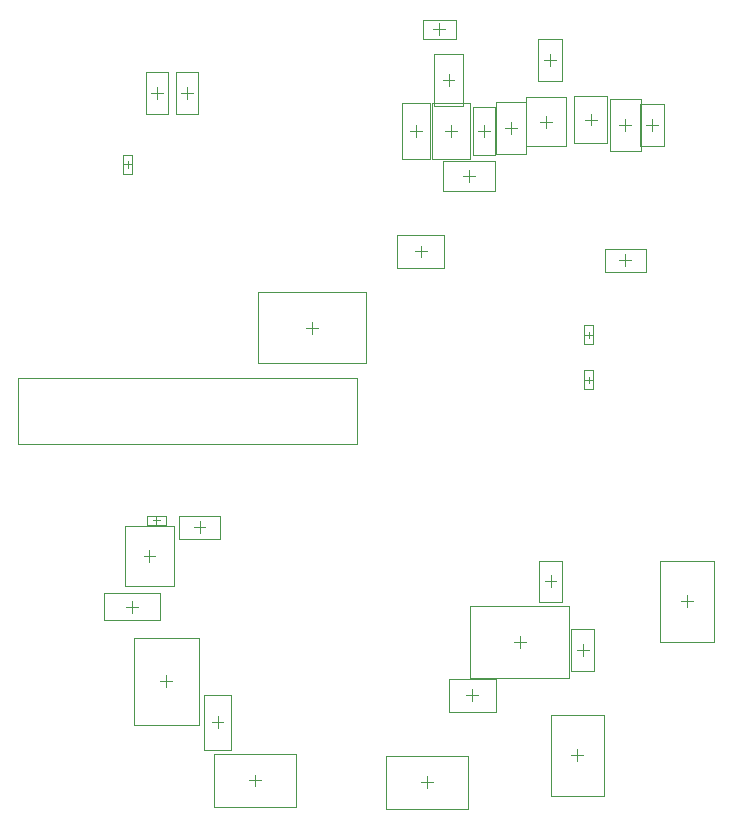
<source format=gbr>
G04 Layer_Color=32768*
%FSLAX26Y26*%
%MOIN*%
%TF.FileFunction,Other,Mechanical_15*%
%TF.Part,Single*%
G01*
G75*
%TA.AperFunction,NonConductor*%
%ADD63C,0.003937*%
%ADD81C,0.001968*%
D63*
X1653164Y-2162063D02*
X1692534D01*
X1672848Y-2181749D02*
Y-2142379D01*
X1760220Y-2390629D02*
X1799590D01*
X1779904Y-2410315D02*
Y-2370945D01*
X1411906Y-2561315D02*
Y-2521945D01*
X1392222Y-2541629D02*
X1431592D01*
X1550426Y-2363535D02*
X1589796D01*
X1570110Y-2383219D02*
Y-2343849D01*
X1451850Y-680805D02*
Y-641435D01*
X1432164Y-661121D02*
X1471536D01*
X1341850Y-680803D02*
Y-641433D01*
X1322164Y-661119D02*
X1361534D01*
X1224504Y-680527D02*
Y-641157D01*
X1204818Y-660843D02*
X1244188D01*
X2011850Y-660805D02*
Y-621435D01*
X1992166Y-641119D02*
X2031536D01*
X1921850Y-660805D02*
Y-621435D01*
X1902166Y-641119D02*
X1941536D01*
X1671614Y-443796D02*
Y-404426D01*
X1651928Y-424112D02*
X1691298D01*
X1742166Y-2742063D02*
X1781536D01*
X1761850Y-2761749D02*
Y-2722379D01*
X2127906Y-2248315D02*
Y-2208945D01*
X2108220Y-2228629D02*
X2147590D01*
X1242166Y-2832063D02*
X1281536D01*
X1261850Y-2851747D02*
Y-2812377D01*
X668678Y-2825685D02*
X708048D01*
X688362Y-2845369D02*
Y-2805999D01*
X1752063Y-543717D02*
X1862299D01*
X1752063Y-701197D02*
X1862299D01*
X1752063D02*
Y-543717D01*
X1862299Y-701197D02*
Y-543717D01*
X1807181Y-642143D02*
Y-602773D01*
X1787495Y-622457D02*
X1826865D01*
X1541850Y-670803D02*
Y-631433D01*
X1522164Y-651119D02*
X1561534D01*
X1382164Y-811121D02*
X1421536D01*
X1401850Y-830805D02*
Y-791435D01*
X1637912Y-629703D02*
X1677282D01*
X1657598Y-649387D02*
Y-610017D01*
X1301850Y-341749D02*
Y-302379D01*
X1282166Y-322063D02*
X1321536D01*
X1220566Y-1062418D02*
X1259937D01*
X1240253Y-1082103D02*
Y-1042734D01*
X1902166Y-1092063D02*
X1941536D01*
X1921850Y-1111749D02*
Y-1072379D01*
X1313165Y-492064D02*
X1352537D01*
X1332851Y-511750D02*
Y-472378D01*
X562850Y-2651747D02*
Y-2612377D01*
X543164Y-2632063D02*
X582534D01*
X316220Y-2077629D02*
X355590D01*
X335906Y-2097315D02*
Y-2057945D01*
X502851Y-2001748D02*
Y-1962379D01*
X483165Y-1982063D02*
X522535D01*
X258164Y-2247063D02*
X297534D01*
X277850Y-2266749D02*
Y-2227379D01*
X372402Y-2494976D02*
X411772D01*
X392087Y-2514661D02*
Y-2475291D01*
X360961Y-553638D02*
Y-514268D01*
X341276Y-533953D02*
X380646D01*
X460961Y-553638D02*
Y-514268D01*
X441276Y-533953D02*
X480646D01*
X858165Y-1317063D02*
X897535D01*
X877850Y-1336748D02*
Y-1297378D01*
D81*
X1712218Y-2230961D02*
Y-2093165D01*
X1633478Y-2230961D02*
Y-2093165D01*
Y-2230961D02*
X1712218D01*
X1633478Y-2093165D02*
X1712218D01*
X1819274Y-2459527D02*
Y-2321731D01*
X1740534Y-2459527D02*
Y-2321731D01*
Y-2459527D02*
X1819274D01*
X1740534Y-2321731D02*
X1819274D01*
X1333166Y-2486511D02*
X1490646D01*
X1333166Y-2596747D02*
X1490646D01*
Y-2486511D01*
X1333166Y-2596747D02*
Y-2486511D01*
X1735464Y-2483613D02*
Y-2243457D01*
X1404756Y-2483613D02*
Y-2243457D01*
X1735464D01*
X1404756Y-2483613D02*
X1735464D01*
X1414448Y-739861D02*
X1489252D01*
X1414448Y-582379D02*
X1489252D01*
Y-739861D02*
Y-582379D01*
X1414448Y-739861D02*
Y-582379D01*
X1278858Y-753639D02*
X1404842D01*
X1278858Y-568599D02*
X1404842D01*
Y-753639D02*
Y-568599D01*
X1278858Y-753639D02*
Y-568599D01*
X1179228Y-753363D02*
X1269780D01*
X1179228Y-568323D02*
X1269780D01*
Y-753363D02*
Y-568323D01*
X1179228Y-753363D02*
Y-568323D01*
X1972480Y-710017D02*
X2051220D01*
X1972480Y-572221D02*
X2051220D01*
Y-710017D02*
Y-572221D01*
X1972480Y-710017D02*
Y-572221D01*
X1870670Y-727733D02*
X1973032D01*
X1870670Y-554505D02*
X1973032D01*
Y-727733D02*
Y-554505D01*
X1870670Y-727733D02*
Y-554505D01*
X1632244Y-355214D02*
X1710984D01*
X1632244Y-493008D02*
X1710984D01*
X1632244D02*
Y-355214D01*
X1710984Y-493008D02*
Y-355214D01*
X1673268Y-2877891D02*
Y-2606237D01*
X1850434Y-2877891D02*
Y-2606237D01*
X1673268D02*
X1850434D01*
X1673268Y-2877891D02*
X1850434D01*
X2039322Y-2092803D02*
X2216488D01*
X2039322Y-2364457D02*
X2216488D01*
X2039322D02*
Y-2092803D01*
X2216488Y-2364457D02*
Y-2092803D01*
X1126024Y-2920645D02*
Y-2743481D01*
X1397678Y-2920645D02*
Y-2743481D01*
X1126024Y-2920645D02*
X1397678D01*
X1126024Y-2743481D02*
X1397678D01*
X552536Y-2914267D02*
Y-2737101D01*
X824188Y-2914267D02*
Y-2737101D01*
X552536Y-2914267D02*
X824188D01*
X552536Y-2737101D02*
X824188D01*
X1492638Y-564503D02*
X1591062D01*
X1492638Y-737733D02*
X1591062D01*
X1492638D02*
Y-564503D01*
X1591062Y-737733D02*
Y-564503D01*
X1488464Y-860333D02*
Y-761907D01*
X1315236Y-860333D02*
Y-761907D01*
X1488464D01*
X1315236Y-860333D02*
X1488464D01*
X1590668Y-712379D02*
Y-547025D01*
X1724528Y-712379D02*
Y-547025D01*
X1590668D02*
X1724528D01*
X1590668Y-712379D02*
X1724528D01*
X327410Y-1974377D02*
Y-1942881D01*
X390402Y-1974377D02*
Y-1942881D01*
X327410Y-1974377D02*
X390402D01*
X327410Y-1942881D02*
X390402D01*
X348078Y-1958629D02*
X369732D01*
X358906Y-1969457D02*
Y-1947803D01*
X1028638Y-1705528D02*
Y-1485055D01*
X-103252D02*
X1028638D01*
X-103252Y-1705528D02*
X1028638D01*
X-103252D02*
Y-1485055D01*
X1246732Y-353559D02*
X1356968D01*
X1246732Y-290567D02*
X1356968D01*
Y-353559D02*
Y-290567D01*
X1246732Y-353559D02*
Y-290567D01*
X1318993Y-1117535D02*
Y-1007299D01*
X1161513Y-1117535D02*
Y-1007299D01*
Y-1117535D02*
X1318993D01*
X1161513Y-1007299D02*
X1318993D01*
X1852954Y-1131433D02*
Y-1052693D01*
X1990748Y-1131433D02*
Y-1052693D01*
X1852954D02*
X1990748D01*
X1852954Y-1131433D02*
X1990748D01*
X1382063Y-578678D02*
Y-405450D01*
X1283639Y-578678D02*
Y-405450D01*
X1382063D01*
X1283639Y-578678D02*
X1382063D01*
X517574Y-2539543D02*
X608126D01*
X517574Y-2724583D02*
X608126D01*
X517574D02*
Y-2539543D01*
X608126Y-2724583D02*
Y-2539543D01*
X255196Y-2178023D02*
Y-1977235D01*
X416614Y-2178023D02*
Y-1977235D01*
X255196D02*
X416614D01*
X255196Y-2178023D02*
X416614D01*
X433953Y-1942693D02*
X571748D01*
X433953Y-2021434D02*
X571748D01*
Y-1942693D01*
X433953Y-2021434D02*
Y-1942693D01*
X185330Y-2292339D02*
Y-2201787D01*
X370370Y-2292339D02*
Y-2201787D01*
X185330Y-2292339D02*
X370370D01*
X185330Y-2201787D02*
X370370D01*
X500354Y-2640646D02*
Y-2349307D01*
X283819Y-2640646D02*
Y-2349307D01*
Y-2640646D02*
X500354D01*
X283819Y-2349307D02*
X500354D01*
X323559Y-602851D02*
X398362D01*
X323559Y-465055D02*
X398362D01*
Y-602851D02*
Y-465055D01*
X323559Y-602851D02*
Y-465055D01*
X423559Y-602851D02*
X498362D01*
X423559Y-465055D02*
X498362D01*
Y-602851D02*
Y-465055D01*
X423559Y-602851D02*
Y-465055D01*
X252024Y-772063D02*
X273676D01*
X262850Y-782889D02*
Y-761237D01*
X247102Y-803559D02*
Y-740567D01*
X278598Y-803559D02*
Y-740567D01*
X247102D02*
X278598D01*
X247102Y-803559D02*
X278598D01*
X696748Y-1435174D02*
Y-1198953D01*
X1058953Y-1435174D02*
Y-1198953D01*
X696748D02*
X1058953D01*
X696748Y-1435174D02*
X1058953D01*
X1789173Y-1340000D02*
X1810827D01*
X1800000Y-1350827D02*
Y-1329173D01*
X1784252Y-1371496D02*
Y-1308504D01*
X1815748Y-1371496D02*
Y-1308504D01*
X1784252D02*
X1815748D01*
X1784252Y-1371496D02*
X1815748D01*
X1789173Y-1490000D02*
X1810827D01*
X1800000Y-1500827D02*
Y-1479173D01*
X1784252Y-1521496D02*
Y-1458504D01*
X1815748Y-1521496D02*
Y-1458504D01*
X1784252D02*
X1815748D01*
X1784252Y-1521496D02*
X1815748D01*
%TF.MD5,f2151dfdde362f1a7254dc7f2f7f3317*%
M02*

</source>
